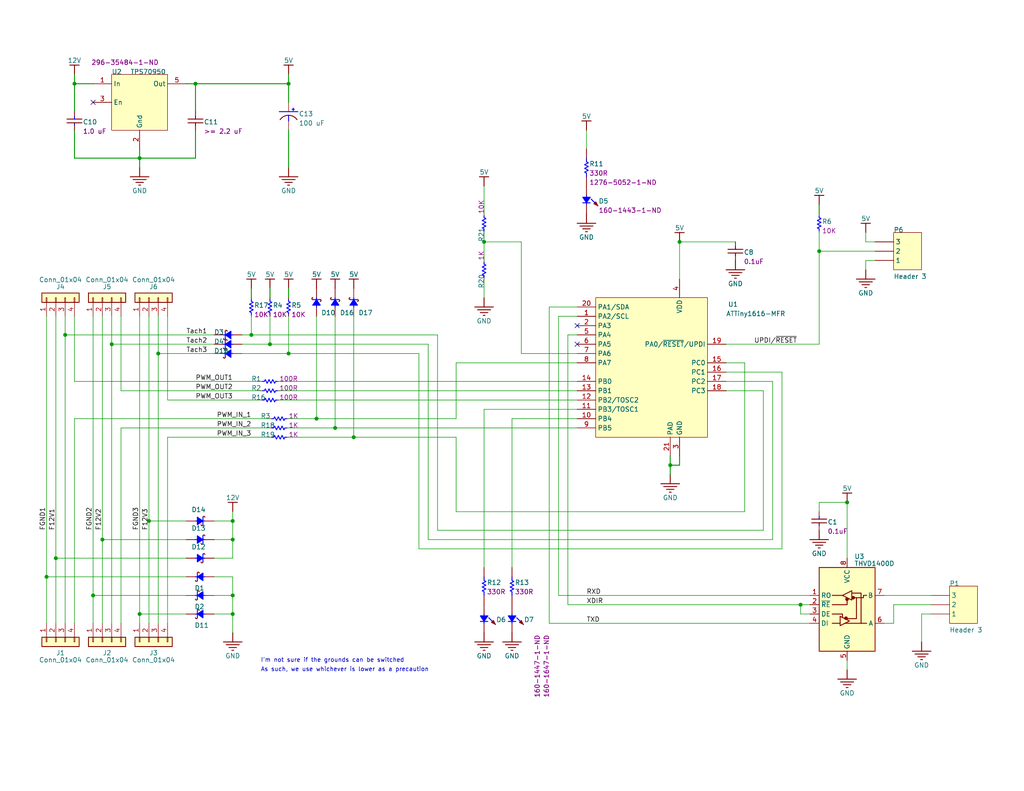
<source format=kicad_sch>
(kicad_sch (version 20230121) (generator eeschema)
  (paper "A")
  (lib_symbols
    (symbol "Connector_Generic:Conn_01x04" (pin_names (offset 1.016) hide)
      (property "Reference" "J" (at 0 5.08 0))
      (property "Value" "Conn_01x04" (at 0 -7.62 0))
      (symbol "Conn_01x04_1_1"
        (rectangle (start -1.27 -4.953) (end 0 -5.207) (stroke (width 0.1524)))
        (rectangle (start -1.27 -2.413) (end 0 -2.667) (stroke (width 0.1524)))
        (rectangle (start -1.27 0.127) (end 0 -0.127) (stroke (width 0.1524)))
        (rectangle (start -1.27 2.667) (end 0 2.413) (stroke (width 0.1524)))
        (rectangle (start -1.27 3.81) (end 1.27 -6.35) (stroke (width 0.254)) (fill (type background)))
        (pin passive line (at -5.08 2.54 0) (length 3.81) (name "Pin_1") (number "1"))
        (pin passive line (at -5.08 0 0) (length 3.81) (name "Pin_2") (number "2"))
        (pin passive line (at -5.08 -2.54 0) (length 3.81) (name "Pin_3") (number "3"))
        (pin passive line (at -5.08 -5.08 0) (length 3.81) (name "Pin_4") (number "4"))
      )
    )
    (symbol "Interface_UART:THVD1400D"
      (property "Reference" "U" (at -6.096 11.43 0))
      (property "Value" "THVD1400D" (at 0.762 11.43 0))
      (symbol "THVD1400D_0_1"
        (rectangle (start -7.62 10.16) (end 7.62 -12.7) (stroke (width 0.254)) (fill (type background)))
        (circle (center -0.3048 -3.683) (radius 0.3556) (stroke (width 0.254)) (fill (type outline)))
        (circle (center -0.0254 1.4986) (radius 0.3556) (stroke (width 0.254)) (fill (type outline)))
        (polyline (pts (xy -4.064 -5.08) (xy -1.905 -5.08)) (stroke (width 0.254)))
        (polyline (pts (xy -4.064 2.54) (xy -1.27 2.54)) (stroke (width 0.254)))
        (polyline (pts (xy -1.27 -3.2004) (xy -1.27 -3.4544)) (stroke (width 0.254)))
        (polyline (pts (xy -0.635 -5.08) (xy 5.334 -5.08)) (stroke (width 0.254)))
        (polyline (pts (xy -4.064 -2.54) (xy -1.27 -2.54) (xy -1.27 -3.175)) (stroke (width 0.254)))
        (polyline (pts (xy 0 1.27) (xy 0 0) (xy -4.064 0)) (stroke (width 0.254)))
        (polyline (pts (xy 1.27 3.175) (xy 3.81 3.175) (xy 3.81 -5.08)) (stroke (width 0.254)))
        (polyline (pts (xy 2.54 1.905) (xy 2.54 -3.81) (xy 0 -3.81)) (stroke (width 0.254)))
        (polyline (pts (xy -1.905 -3.175) (xy -1.905 -5.715) (xy 0.635 -4.445) (xy -1.905 -3.175)) (stroke (width 0.254)))
        (polyline (pts (xy -1.27 2.54) (xy 1.27 3.81) (xy 1.27 1.27) (xy -1.27 2.54)) (stroke (width 0.254)))
        (polyline (pts (xy 1.905 1.905) (xy 4.445 1.905) (xy 4.445 2.54) (xy 5.334 2.54)) (stroke (width 0.254)))
        (rectangle (start 1.27 3.175) (end 1.27 3.175))
        (circle (center 1.651 1.905) (radius 0.3556) (stroke (width 0.254)) (fill (type outline)))
      )
      (symbol "THVD1400D_1_1"
        (pin output line (at -10.16 2.54 0) (length 2.54) (name "RO") (number "1"))
        (pin input line (at -10.16 0 0) (length 2.54) (name "~{RE}") (number "2"))
        (pin input line (at -10.16 -2.54 0) (length 2.54) (name "DE") (number "3"))
        (pin input line (at -10.16 -5.08 0) (length 2.54) (name "DI") (number "4"))
        (pin power_in line (at 0 -15.24 90) (length 2.54) (name "GND") (number "5"))
        (pin bidirectional line (at 10.16 -5.08 180) (length 2.54) (name "A") (number "6"))
        (pin bidirectional line (at 10.16 2.54 180) (length 2.54) (name "B") (number "7"))
        (pin power_in line (at 0 12.7 270) (length 2.54) (name "VCC") (number "8"))
      )
    )
    (symbol "PWMMapper R4-altium-import:12V" (power)
      (property "Reference" "#PWR" (at 0 0 0))
      (property "Value" "12V" (at 0 3.81 0))
      (symbol "12V_0_0"
        (polyline (pts (xy -1.27 -2.54) (xy 1.27 -2.54)) (stroke (width 0.254)))
        (polyline (pts (xy 0 0) (xy 0 -2.54)) (stroke (width 0.254)))
        (pin power_in line (at 0 0 0) (length 0) hide (name "12V") (number ""))
      )
    )
    (symbol "PWMMapper R4-altium-import:5V" (power)
      (property "Reference" "#PWR" (at 0 0 0))
      (property "Value" "5V" (at 0 3.81 0))
      (symbol "5V_0_0"
        (polyline (pts (xy -1.27 -2.54) (xy 1.27 -2.54)) (stroke (width 0.254)))
        (polyline (pts (xy 0 0) (xy 0 -2.54)) (stroke (width 0.254)))
        (pin power_in line (at 0 0 0) (length 0) hide (name "5V") (number ""))
      )
    )
    (symbol "PWMMapper R4-altium-import:GND" (power)
      (property "Reference" "#PWR" (at 0 0 0))
      (property "Value" "GND" (at 0 6.35 0))
      (symbol "GND_0_0"
        (polyline (pts (xy -2.54 -2.54) (xy 2.54 -2.54)) (stroke (width 0.254)))
        (polyline (pts (xy -1.778 -3.302) (xy 1.778 -3.302)) (stroke (width 0.254)))
        (polyline (pts (xy -1.016 -4.064) (xy 1.016 -4.064)) (stroke (width 0.254)))
        (polyline (pts (xy -0.254 -4.826) (xy 0.254 -4.826)) (stroke (width 0.254)))
        (polyline (pts (xy 0 0) (xy 0 -2.54)) (stroke (width 0.254)))
        (pin power_in line (at 0 0 0) (length 0) hide (name "GND") (number ""))
      )
    )
    (symbol "PWMMapper R4-altium-import:root_0_100 uf SMT Panasonic Cap"
      (symbol "root_0_100 uf SMT Panasonic Cap_1_0"
        (polyline (pts (xy -2.54 1.27) (xy 2.54 1.27)) (stroke (width 0.254) (color 0 0 255 1)))
        (polyline (pts (xy 0 0.254) (xy 0 -1.27)) (stroke (width 0.254) (color 0 0 255 1)))
        (polyline (pts (xy 1.27 2.223) (xy 1.27 1.588)) (stroke (width 0.254) (color 0 0 255 1)))
        (polyline (pts (xy 1.588 1.905) (xy 0.953 1.905)) (stroke (width 0.254) (color 0 0 255 1)))
        (arc (start 2.3092 -0.9231) (mid 0 0.279) (end -2.3092 -0.9231) (stroke (width 0.254)))
        (pin passive line (at 0 3.81 270) (length 2.54) (name "1") (number "1"))
        (pin passive line (at 0 -3.81 90) (length 2.54) (name "2") (number "2"))
      )
    )
    (symbol "PWMMapper R4-altium-import:root_0_Res Semi Small"
      (symbol "root_0_Res Semi Small_1_0"
        (polyline (pts (xy 4.572 0) (xy 4.064 0) (xy 3.81 -0.508) (xy 3.302 0.508) (xy 2.794 -0.508) (xy 2.286 0.508) (xy 1.778 -0.508) (xy 1.27 0.508) (xy 1.016 0) (xy 0.508 0)) (stroke (width 0.254) (color 0 0 255 1)))
        (pin passive line (at 0 0 0) (length 0.508) (name "1") (number "1"))
        (pin passive line (at 5.08 0 180) (length 0.508) (name "2") (number "2"))
      )
    )
    (symbol "PWMMapper R4-altium-import:root_0_TPS709XX"
      (symbol "root_0_TPS709XX_1_0"
        (rectangle (start 7.62 7.62) (end -7.62 -7.62) (fill (type background)))
        (pin power_in line (at -12.7 5.08 0) (length 5.08) (name "In") (number "1"))
        (pin power_in line (at 0 -12.7 90) (length 5.08) (name "Gnd") (number "2"))
        (pin input line (at -12.7 0 0) (length 5.08) (name "En") (number "3"))
        (pin power_in line (at 12.7 5.08 180) (length 5.08) (name "Out") (number "5"))
      )
    )
    (symbol "PWMMapper R4-altium-import:root_0_mirrored_ATTiny1616-MFR"
      (symbol "root_0_mirrored_ATTiny1616-MFR_1_0"
        (rectangle (start -5.08 15.24) (end -35.56 -22.86) (fill (type background)))
        (pin bidirectional line (at -40.64 10.16 0) (length 5.08) (name "PA2/SCL") (number "1"))
        (pin bidirectional line (at -40.64 -17.78 0) (length 5.08) (name "PB4") (number "10"))
        (pin bidirectional line (at -40.64 -15.24 0) (length 5.08) (name "PB3/TOSC1") (number "11"))
        (pin bidirectional line (at -40.64 -12.7 0) (length 5.08) (name "PB2/TOSC2") (number "12"))
        (pin bidirectional line (at -40.64 -10.16 0) (length 5.08) (name "PB1") (number "13"))
        (pin bidirectional line (at -40.64 -7.62 0) (length 5.08) (name "PB0") (number "14"))
        (pin bidirectional line (at 0 -2.54 180) (length 5.08) (name "PC0") (number "15"))
        (pin bidirectional line (at 0 -5.08 180) (length 5.08) (name "PC1") (number "16"))
        (pin bidirectional line (at 0 -7.62 180) (length 5.08) (name "PC2") (number "17"))
        (pin bidirectional line (at 0 -10.16 180) (length 5.08) (name "PC3") (number "18"))
        (pin passive line (at 0 2.54 180) (length 5.08) (name "PA0/~{RESET}/UPDI") (number "19"))
        (pin bidirectional line (at -40.64 7.62 0) (length 5.08) (name "PA3") (number "2"))
        (pin bidirectional line (at -40.64 12.7 0) (length 5.08) (name "PA1/SDA") (number "20"))
        (pin power_in line (at -15.24 -27.94 90) (length 5.08) (name "PAD") (number "21"))
        (pin power_in line (at -12.7 -27.94 90) (length 5.08) (name "GND") (number "3"))
        (pin power_in line (at -12.7 20.32 270) (length 5.08) (name "VDD") (number "4"))
        (pin bidirectional line (at -40.64 5.08 0) (length 5.08) (name "PA4") (number "5"))
        (pin bidirectional line (at -40.64 2.54 0) (length 5.08) (name "PA5") (number "6"))
        (pin bidirectional line (at -40.64 0 0) (length 5.08) (name "PA6") (number "7"))
        (pin bidirectional line (at -40.64 -2.54 0) (length 5.08) (name "PA7") (number "8"))
        (pin bidirectional line (at -40.64 -20.32 0) (length 5.08) (name "PB5") (number "9"))
      )
    )
    (symbol "PWMMapper R4-altium-import:root_1_Cap"
      (symbol "root_1_Cap_1_0"
        (polyline (pts (xy -2.032 3.048) (xy 2.032 3.048)) (stroke (width 0.254)))
        (polyline (pts (xy 0 1.27) (xy 0 2.032)) (stroke (width 0.254) (color 0 0 255 1)))
        (polyline (pts (xy 0 3.81) (xy 0 3.048)) (stroke (width 0.254) (color 0 0 255 1)))
        (polyline (pts (xy 2.032 2.032) (xy -2.032 2.032)) (stroke (width 0.254)))
        (pin passive line (at 0 0 90) (length 1.27) (name "1") (number "1"))
        (pin passive line (at 0 5.08 270) (length 1.27) (name "2") (number "2"))
      )
    )
    (symbol "PWMMapper R4-altium-import:root_1_Res Semi"
      (symbol "root_1_Res Semi_1_0"
        (polyline (pts (xy 2.54 5.08) (xy 2.54 4.064) (xy 3.048 3.81) (xy 2.032 3.302) (xy 3.048 2.794) (xy 2.032 2.286) (xy 3.048 1.778) (xy 2.032 1.27) (xy 2.54 1.016) (xy 2.54 0)) (stroke (width 0.254) (color 0 0 255 1)))
        (pin passive line (at 2.54 -2.54 90) (length 2.54) (name "1") (number "1"))
        (pin passive line (at 2.54 7.62 270) (length 2.54) (name "2") (number "2"))
      )
    )
    (symbol "PWMMapper R4-altium-import:root_1_Res Semi Small"
      (symbol "root_1_Res Semi Small_1_0"
        (polyline (pts (xy 0 4.572) (xy 0 4.064) (xy 0.508 3.81) (xy -0.508 3.302) (xy 0.508 2.794) (xy -0.508 2.286) (xy 0.508 1.778) (xy -0.508 1.27) (xy 0 1.016) (xy 0 0.508)) (stroke (width 0.254) (color 0 0 255 1)))
        (pin passive line (at 0 0 90) (length 0.508) (name "1") (number "1"))
        (pin passive line (at 0 5.08 270) (length 0.508) (name "2") (number "2"))
      )
    )
    (symbol "PWMMapper R4-altium-import:root_1_Schottky Diode"
      (symbol "root_1_Schottky Diode_1_0"
        (arc (start -1.016 2.54) (mid -1.2689 2.286) (end -1.016 2.032) (stroke (width 0.254)))
        (polyline (pts (xy -1.016 2.032) (xy 1.016 2.032)) (stroke (width 0.254) (color 0 0 255 1)))
        (polyline (pts (xy 0 0.508) (xy 0 0)) (stroke (width 0.254) (color 0 0 255 1)))
        (polyline (pts (xy 0 2.032) (xy 0 2.54)) (stroke (width 0.254) (color 0 0 255 1)))
        (polyline (pts (xy 0 2.032) (xy -1.016 0.508) (xy 1.016 0.508) (xy 0 2.032)) (stroke (width 0.254) (color 0 0 255 1)))
        (polyline (pts (xy -1.016 0.508) (xy 0 1.778) (xy 0.762 0.508) (xy -0.762 0.762) (xy 0 1.524) (xy 0.508 0.762) (xy -0.508 0.762) (xy 0 1.27) (xy 0.254 0.762) (xy -0.254 1.016)) (stroke (width 0.254) (color 0 0 255 1)))
        (arc (start 1.016 1.524) (mid 1.2689 1.778) (end 1.016 2.032) (stroke (width 0.254)))
        (pin passive line (at 0 5.08 270) (length 2.54) (name "1") (number "1"))
        (pin passive line (at 0 -2.54 90) (length 2.54) (name "2") (number "2"))
      )
    )
    (symbol "PWMMapper R4-altium-import:root_2_Schottky Diode"
      (symbol "root_2_Schottky Diode_1_0"
        (arc (start -2.54 -1.016) (mid -2.286 -1.2689) (end -2.032 -1.016) (stroke (width 0.254)))
        (arc (start -1.524 1.016) (mid -1.778 1.2689) (end -2.032 1.016) (stroke (width 0.254)))
        (polyline (pts (xy -2.032 -1.016) (xy -2.032 1.016)) (stroke (width 0.254) (color 0 0 255 1)))
        (polyline (pts (xy -2.032 0) (xy -2.54 0)) (stroke (width 0.254) (color 0 0 255 1)))
        (polyline (pts (xy -0.508 0) (xy 0 0)) (stroke (width 0.254) (color 0 0 255 1)))
        (polyline (pts (xy -2.032 0) (xy -0.508 -1.016) (xy -0.508 1.016) (xy -2.032 0)) (stroke (width 0.254) (color 0 0 255 1)))
        (polyline (pts (xy -0.508 -1.016) (xy -1.778 0) (xy -0.508 0.762) (xy -0.762 -0.762) (xy -1.524 0) (xy -0.762 0.508) (xy -0.762 -0.508) (xy -1.27 0) (xy -0.762 0.254) (xy -1.016 -0.254)) (stroke (width 0.254) (color 0 0 255 1)))
        (pin passive line (at -5.08 0 0) (length 2.54) (name "1") (number "1"))
        (pin passive line (at 2.54 0 180) (length 2.54) (name "2") (number "2"))
      )
    )
    (symbol "PWMMapper R4-altium-import:root_2_mirrored_Header 3"
      (symbol "root_2_mirrored_Header 3_1_0"
        (rectangle (start 7.62 10.16) (end 0 0) (fill (type background)))
        (pin passive line (at -5.08 2.54 0) (length 5.08) (name "1") (number "1"))
        (pin passive line (at -5.08 5.08 0) (length 5.08) (name "2") (number "2"))
        (pin passive line (at -5.08 7.62 0) (length 5.08) (name "3") (number "3"))
      )
    )
    (symbol "PWMMapper R4-altium-import:root_3_LED0"
      (symbol "root_3_LED0_1_0"
        (polyline (pts (xy -2.54 -4.572) (xy -2.54 -5.08)) (stroke (width 0.254) (color 0 0 255 1)))
        (polyline (pts (xy -2.54 -3.048) (xy -2.54 -2.54)) (stroke (width 0.254) (color 0 0 255 1)))
        (polyline (pts (xy -1.524 -4.572) (xy -3.556 -4.572)) (stroke (width 0.254) (color 0 0 255 1)))
        (polyline (pts (xy -1.27 -3.556) (xy 0.508 -5.334)) (stroke (width 0.254) (color 0 0 255 1)))
        (polyline (pts (xy -2.54 -4.572) (xy -1.524 -3.048) (xy -3.556 -3.048) (xy -2.54 -4.572)) (stroke (width 0.254) (color 0 0 255 1)))
        (polyline (pts (xy 0.508 -5.334) (xy 0 -4.318) (xy -0.508 -4.826) (xy 0.508 -5.334)) (stroke (width 0.254)) (fill (type outline)))
        (polyline (pts (xy -1.524 -3.048) (xy -2.54 -4.318) (xy -3.302 -3.048) (xy -1.778 -3.302) (xy -2.54 -4.064) (xy -3.048 -3.302) (xy -2.032 -3.302) (xy -2.54 -3.81) (xy -2.794 -3.302) (xy -2.286 -3.556)) (stroke (width 0.254) (color 0 0 255 1)))
        (pin passive line (at -2.54 0 270) (length 2.54) (name "1") (number "1"))
        (pin passive line (at -2.54 -7.62 90) (length 2.54) (name "2") (number "2"))
      )
    )
  )
  (junction (at 12.7 157.48))
  (junction (at 223.52 68.58))
  (junction (at 43.18 96.52))
  (junction (at 68.58 91.44))
  (junction (at 73.66 93.98))
  (junction (at 96.52 119.38))
  (junction (at 27.94 147.32))
  (junction (at 30.48 93.98))
  (junction (at 25.4 162.56))
  (junction (at 63.5 167.64))
  (junction (at 132.08 66.04))
  (junction (at 53.34 22.86))
  (junction (at 91.44 116.84))
  (junction (at 40.64 142.24))
  (junction (at 231.14 137.16))
  (junction (at 78.74 96.52))
  (junction (at 17.78 91.44))
  (junction (at 86.36 114.3))
  (junction (at 182.88 127))
  (junction (at 185.42 66.04))
  (junction (at 38.1 43.18))
  (junction (at 15.24 152.4))
  (junction (at 63.5 147.32))
  (junction (at 218.44 165.1))
  (junction (at 63.5 142.24))
  (junction (at 20.32 22.86))
  (junction (at 78.74 22.86))
  (junction (at 38.1 167.64))
  (junction (at 63.5 162.56))
  (no_connect (at 157.48 93.98))
  (no_connect (at 25.4 27.94))
  (no_connect (at 157.48 88.9))
  (wire (pts (xy 30.48 93.98) (xy 30.48 170.18)))
  (wire (pts (xy 27.94 86.36) (xy 27.94 147.32)))
  (wire (pts (xy 210.82 147.32) (xy 116.84 147.32)))
  (wire (pts (xy 40.64 142.24) (xy 40.64 170.18)))
  (wire (pts (xy 149.86 83.82) (xy 149.86 170.18)))
  (wire (pts (xy 27.94 147.32) (xy 27.94 170.18)))
  (wire (pts (xy 33.02 106.68) (xy 33.02 86.36)))
  (wire (pts (xy 53.34 35.56) (xy 53.34 43.18)) (stroke (width 0.254)))
  (wire (pts (xy 43.18 86.36) (xy 43.18 96.52)))
  (wire (pts (xy 132.08 63.5) (xy 132.08 66.04)))
  (wire (pts (xy 182.88 129.54) (xy 182.88 127)) (stroke (width 0.254)))
  (wire (pts (xy 50.8 167.64) (xy 38.1 167.64)))
  (wire (pts (xy 243.84 165.1) (xy 254 165.1)))
  (wire (pts (xy 63.5 167.64) (xy 63.5 162.56)))
  (wire (pts (xy 210.82 104.14) (xy 210.82 147.32)))
  (wire (pts (xy 68.58 81.28) (xy 68.58 78.74)) (stroke (width 0.254)))
  (wire (pts (xy 66.04 91.44) (xy 68.58 91.44)))
  (wire (pts (xy 208.28 106.68) (xy 198.12 106.68)))
  (wire (pts (xy 96.52 119.38) (xy 124.46 119.38)))
  (wire (pts (xy 76.2 104.14) (xy 157.48 104.14)))
  (wire (pts (xy 63.5 162.56) (xy 58.42 162.56)))
  (wire (pts (xy 78.74 45.72) (xy 78.74 35.56)) (stroke (width 0.254)))
  (wire (pts (xy 76.2 106.68) (xy 157.48 106.68)))
  (wire (pts (xy 17.78 86.36) (xy 17.78 91.44)))
  (wire (pts (xy 45.72 109.22) (xy 71.12 109.22)))
  (wire (pts (xy 198.12 99.06) (xy 203.2 99.06)))
  (wire (pts (xy 63.5 152.4) (xy 63.5 147.32)))
  (wire (pts (xy 20.32 104.14) (xy 20.32 86.36)))
  (wire (pts (xy 96.52 86.36) (xy 96.52 119.38)))
  (wire (pts (xy 223.52 68.58) (xy 223.52 93.98)))
  (wire (pts (xy 50.8 162.56) (xy 25.4 162.56)))
  (wire (pts (xy 53.34 22.86) (xy 78.74 22.86)) (stroke (width 0.254)))
  (wire (pts (xy 20.32 22.86) (xy 25.4 22.86)) (stroke (width 0.254)))
  (wire (pts (xy 38.1 43.18) (xy 38.1 40.64)) (stroke (width 0.254)))
  (wire (pts (xy 114.3 96.52) (xy 114.3 149.86)))
  (wire (pts (xy 25.4 162.56) (xy 25.4 170.18)))
  (wire (pts (xy 182.88 127) (xy 185.42 127)) (stroke (width 0.254)))
  (wire (pts (xy 132.08 111.76) (xy 132.08 154.94)))
  (wire (pts (xy 213.36 149.86) (xy 213.36 101.6)))
  (wire (pts (xy 218.44 165.1) (xy 218.44 167.64)))
  (wire (pts (xy 231.14 180.34) (xy 231.14 182.88)))
  (wire (pts (xy 12.7 86.36) (xy 12.7 157.48)))
  (wire (pts (xy 139.7 154.94) (xy 139.7 114.3)))
  (wire (pts (xy 223.52 137.16) (xy 223.52 139.7)))
  (wire (pts (xy 142.24 96.52) (xy 157.48 96.52)))
  (wire (pts (xy 185.42 127) (xy 185.42 124.46)) (stroke (width 0.254)))
  (wire (pts (xy 58.42 167.64) (xy 63.5 167.64)))
  (wire (pts (xy 30.48 86.36) (xy 30.48 93.98)))
  (wire (pts (xy 76.2 109.22) (xy 157.48 109.22)))
  (wire (pts (xy 119.38 144.78) (xy 208.28 144.78)))
  (wire (pts (xy 58.42 147.32) (xy 63.5 147.32)))
  (wire (pts (xy 154.94 91.44) (xy 154.94 165.1)))
  (wire (pts (xy 63.5 172.72) (xy 63.5 167.64)))
  (wire (pts (xy 132.08 50.8) (xy 132.08 58.42)))
  (wire (pts (xy 17.78 91.44) (xy 17.78 170.18)))
  (wire (pts (xy 78.74 20.32) (xy 78.74 22.86)) (stroke (width 0.254)))
  (wire (pts (xy 45.72 119.38) (xy 73.66 119.38)))
  (wire (pts (xy 254 167.64) (xy 251.46 167.64)))
  (wire (pts (xy 152.4 86.36) (xy 152.4 162.56)))
  (wire (pts (xy 241.3 170.18) (xy 243.84 170.18)))
  (wire (pts (xy 236.22 73.66) (xy 236.22 71.12)))
  (wire (pts (xy 91.44 116.84) (xy 78.74 116.84)))
  (wire (pts (xy 149.86 170.18) (xy 220.98 170.18)))
  (wire (pts (xy 38.1 167.64) (xy 38.1 170.18)))
  (wire (pts (xy 20.32 114.3) (xy 20.32 170.18)))
  (wire (pts (xy 223.52 55.88) (xy 223.52 58.42)) (stroke (width 0.254)))
  (wire (pts (xy 17.78 91.44) (xy 58.42 91.44)))
  (wire (pts (xy 53.34 22.86) (xy 53.34 30.48)) (stroke (width 0.254)))
  (wire (pts (xy 91.44 86.36) (xy 91.44 116.84)))
  (wire (pts (xy 157.48 86.36) (xy 152.4 86.36)))
  (wire (pts (xy 160.02 35.56) (xy 160.02 40.64)))
  (wire (pts (xy 33.02 106.68) (xy 71.12 106.68)))
  (wire (pts (xy 33.02 116.84) (xy 73.66 116.84)))
  (wire (pts (xy 124.46 99.06) (xy 124.46 114.3)))
  (wire (pts (xy 149.86 83.82) (xy 157.48 83.82)))
  (wire (pts (xy 45.72 119.38) (xy 45.72 170.18)))
  (wire (pts (xy 236.22 66.04) (xy 238.76 66.04)))
  (wire (pts (xy 78.74 96.52) (xy 114.3 96.52)))
  (wire (pts (xy 53.34 43.18) (xy 38.1 43.18)) (stroke (width 0.254)))
  (wire (pts (xy 20.32 35.56) (xy 20.32 43.18)) (stroke (width 0.254)))
  (wire (pts (xy 116.84 147.32) (xy 116.84 93.98)))
  (wire (pts (xy 236.22 71.12) (xy 238.76 71.12)))
  (wire (pts (xy 203.2 139.7) (xy 124.46 139.7)))
  (wire (pts (xy 231.14 137.16) (xy 223.52 137.16)))
  (wire (pts (xy 78.74 114.3) (xy 86.36 114.3)))
  (wire (pts (xy 152.4 162.56) (xy 220.98 162.56)))
  (wire (pts (xy 68.58 91.44) (xy 68.58 86.36)))
  (wire (pts (xy 66.04 93.98) (xy 73.66 93.98)))
  (wire (pts (xy 25.4 86.36) (xy 25.4 162.56)))
  (wire (pts (xy 63.5 147.32) (xy 63.5 142.24)))
  (wire (pts (xy 53.34 22.86) (xy 50.8 22.86)) (stroke (width 0.254)))
  (wire (pts (xy 182.88 124.46) (xy 182.88 127)) (stroke (width 0.254)))
  (wire (pts (xy 66.04 96.52) (xy 78.74 96.52)))
  (wire (pts (xy 30.48 93.98) (xy 58.42 93.98)))
  (wire (pts (xy 236.22 63.5) (xy 236.22 66.04)))
  (wire (pts (xy 73.66 93.98) (xy 116.84 93.98)))
  (wire (pts (xy 63.5 142.24) (xy 58.42 142.24)))
  (wire (pts (xy 185.42 66.04) (xy 200.66 66.04)))
  (wire (pts (xy 38.1 43.18) (xy 38.1 45.72)) (stroke (width 0.254)))
  (wire (pts (xy 243.84 170.18) (xy 243.84 165.1)))
  (wire (pts (xy 20.32 22.86) (xy 20.32 30.48)) (stroke (width 0.254)))
  (wire (pts (xy 20.32 20.32) (xy 20.32 22.86)) (stroke (width 0.254)))
  (wire (pts (xy 15.24 86.36) (xy 15.24 152.4)))
  (wire (pts (xy 142.24 66.04) (xy 142.24 96.52)))
  (wire (pts (xy 119.38 91.44) (xy 119.38 144.78)))
  (wire (pts (xy 40.64 142.24) (xy 50.8 142.24)))
  (wire (pts (xy 218.44 167.64) (xy 220.98 167.64)))
  (wire (pts (xy 203.2 99.06) (xy 203.2 139.7)))
  (wire (pts (xy 43.18 96.52) (xy 43.18 170.18)))
  (wire (pts (xy 154.94 91.44) (xy 157.48 91.44)))
  (wire (pts (xy 185.42 76.2) (xy 185.42 66.04)))
  (wire (pts (xy 27.94 147.32) (xy 50.8 147.32)))
  (wire (pts (xy 132.08 66.04) (xy 142.24 66.04)))
  (wire (pts (xy 12.7 157.48) (xy 12.7 170.18)))
  (wire (pts (xy 231.14 152.4) (xy 231.14 137.16)))
  (wire (pts (xy 157.48 111.76) (xy 132.08 111.76)))
  (wire (pts (xy 213.36 101.6) (xy 198.12 101.6)))
  (wire (pts (xy 223.52 93.98) (xy 198.12 93.98)))
  (wire (pts (xy 38.1 86.36) (xy 38.1 167.64)))
  (wire (pts (xy 50.8 157.48) (xy 12.7 157.48)))
  (wire (pts (xy 78.74 96.52) (xy 78.74 86.36)))
  (wire (pts (xy 73.66 93.98) (xy 73.66 86.36)))
  (wire (pts (xy 43.18 96.52) (xy 58.42 96.52)))
  (wire (pts (xy 198.12 104.14) (xy 210.82 104.14)))
  (wire (pts (xy 91.44 116.84) (xy 157.48 116.84)))
  (wire (pts (xy 40.64 86.36) (xy 40.64 142.24)))
  (wire (pts (xy 208.28 144.78) (xy 208.28 106.68)))
  (wire (pts (xy 20.32 104.14) (xy 71.12 104.14)))
  (wire (pts (xy 68.58 91.44) (xy 119.38 91.44)))
  (wire (pts (xy 132.08 66.04) (xy 132.08 71.12)))
  (wire (pts (xy 58.42 157.48) (xy 63.5 157.48)))
  (wire (pts (xy 223.52 63.5) (xy 223.52 68.58)))
  (wire (pts (xy 50.8 152.4) (xy 15.24 152.4)))
  (wire (pts (xy 45.72 109.22) (xy 45.72 86.36)))
  (wire (pts (xy 20.32 43.18) (xy 38.1 43.18)) (stroke (width 0.254)))
  (wire (pts (xy 86.36 86.36) (xy 86.36 114.3)))
  (wire (pts (xy 73.66 81.28) (xy 73.66 78.74)) (stroke (width 0.254)))
  (wire (pts (xy 124.46 114.3) (xy 86.36 114.3)))
  (wire (pts (xy 58.42 152.4) (xy 63.5 152.4)))
  (wire (pts (xy 33.02 170.18) (xy 33.02 116.84)))
  (wire (pts (xy 63.5 157.48) (xy 63.5 162.56)))
  (wire (pts (xy 78.74 119.38) (xy 96.52 119.38)))
  (wire (pts (xy 220.98 165.1) (xy 218.44 165.1)))
  (wire (pts (xy 124.46 99.06) (xy 157.48 99.06)))
  (wire (pts (xy 132.08 76.2) (xy 132.08 81.28)))
  (wire (pts (xy 154.94 165.1) (xy 218.44 165.1)))
  (wire (pts (xy 20.32 114.3) (xy 73.66 114.3)))
  (wire (pts (xy 78.74 81.28) (xy 78.74 78.74)) (stroke (width 0.254)))
  (wire (pts (xy 223.52 68.58) (xy 238.76 68.58)))
  (wire (pts (xy 251.46 167.64) (xy 251.46 175.26)))
  (wire (pts (xy 114.3 149.86) (xy 213.36 149.86)))
  (wire (pts (xy 139.7 114.3) (xy 157.48 114.3)))
  (wire (pts (xy 124.46 139.7) (xy 124.46 119.38)))
  (wire (pts (xy 78.74 27.94) (xy 78.74 22.86)) (stroke (width 0.254)))
  (wire (pts (xy 241.3 162.56) (xy 254 162.56)))
  (wire (pts (xy 15.24 152.4) (xy 15.24 170.18)))
  (wire (pts (xy 63.5 139.7) (xy 63.5 142.24)))
  (text "As such, we use whichever is lower as a precaution" (at 71.12 182.88 0) (effects (font (size 1.143 1.143)) (justify left)))
  (text "I'm not sure if the grounds can be switched" (at 71.12 180.34 0) (effects (font (size 1.143 1.143)) (justify left)))
  (label "Tach1" (at 50.8 91.44 0))
  (label "Tach3" (at 50.8 96.52 0))
  (label "PWM_IN_3" (at 68.58 119.38 180))
  (label "XDIR" (at 160.02 165.1 0))
  (label "PWM_IN_1" (at 68.58 114.3 180))
  (label "UPDI/~{RESET}" (at 205.74 93.98 0))
  (label "FGND2" (at 25.4 144.78 90))
  (label "Tach2" (at 50.8 93.98 0))
  (label "FGND1" (at 12.7 144.78 90))
  (label "FGND3" (at 38.1 144.78 90))
  (label "TXD" (at 160.02 170.18 0))
  (label "F12V3" (at 40.64 144.78 90))
  (label "F12V2" (at 27.94 144.78 90))
  (label "PWM_IN_2" (at 68.58 116.84 180))
  (label "PWM_OUT2" (at 53.34 106.68 0))
  (label "F12V1" (at 15.24 144.78 90))
  (label "RXD" (at 160.02 162.56 0))
  (label "PWM_OUT1" (at 53.34 104.14 0))
  (label "PWM_OUT3" (at 53.34 109.22 0))
  (symbol (lib_id "PWMMapper R4-altium-import:GND") (at 132.08 172.72 0) (unit 1)
    (property "Reference" "#PWR0118" (effects hide))
    (property "Value" "GND" (at 132.08 179.07 0))
  )
  (symbol (lib_id "PWMMapper R4-altium-import:root_0_TPS709XX") (at 38.1 27.94 0) (unit 1)
    (property "Reference" "U2" (at 30.48 20.32 0) (effects (justify left bottom)))
    (property "Value" "TPS70950" (at 35.56 20.32 0) (effects (justify left bottom)))
    (property "Footprint" "Package_TO_SOT_SMD:SOT-23-5" (effects hide))
    (property "DKPN" "296-35483-1-ND (3.3V Version)" (effects hide))
    (property "SUPPLIER 1" "Digi-Key" (effects hide))
    (property "SUPPLIER PART NUMBER 1" "296-35484-1-ND" (at 24.892 17.78 0) (effects (justify left bottom)))
  )
  (symbol (lib_id "PWMMapper R4-altium-import:5V") (at 160.02 35.56 180) (unit 1)
    (property "Reference" "#PWR0116" (effects hide))
    (property "Value" "5V" (at 160.02 31.75 0))
  )
  (symbol (lib_id "PWMMapper R4-altium-import:5V") (at 78.74 78.74 180) (unit 1)
    (property "Reference" "#PWR0101" (effects hide))
    (property "Value" "5V" (at 78.74 74.93 0))
  )
  (symbol (lib_id "PWMMapper R4-altium-import:root_1_Res Semi") (at 129.54 162.56 0) (unit 1)
    (property "Reference" "R12" (at 132.842 159.766 0) (effects (justify left bottom)))
    (property "Value" "Res Semi" (effects hide))
    (property "Footprint" "Resistor_SMD:R_0603_1608Metric" (effects hide))
    (property "PUBLISHED" "8-Jun-2000" (effects hide))
    (property "LATESTREVISIONDATE" "17-Jul-2002" (effects hide))
    (property "LATESTREVISIONNOTE" "Re-released for DXP Platform." (effects hide))
    (property "PACKAGEREFERENCE" "AXIAL-0.5" (effects hide))
    (property "PUBLISHER" "Altium Limited" (effects hide))
    (property "ALTIUM_VALUE" "330R" (at 132.842 162.306 0) (effects (justify left bottom)))
    (property "SUPPLIER 1" "Digi-Key" (effects hide))
    (property "SUPPLIER PART NUMBER 1" "1276-5052-1-ND" (effects hide))
  )
  (symbol (lib_id "Connector_Generic:Conn_01x04") (at 27.94 175.26 90) (mirror x) (unit 1)
    (property "Reference" "J2" (at 29.21 178.2525 90))
    (property "Value" "Conn_01x04" (at 29.21 180.1735 90))
    (property "Footprint" "TerminalBlock_TE-Connectivity:TerminalBlock_TE_282834-4_1x04_P2.54mm_Horizontal" (effects hide))
  )
  (symbol (lib_id "PWMMapper R4-altium-import:root_1_Cap") (at 53.34 35.56 0) (unit 1)
    (property "Reference" "C11" (at 55.626 34.036 0) (effects (justify left bottom)))
    (property "Value" "Cap" (effects hide))
    (property "Footprint" "Capacitor_SMD:C_1206_3216Metric" (effects hide))
    (property "PUBLISHED" "8-Jun-2000" (effects hide))
    (property "LATESTREVISIONDATE" "17-Jul-2002" (effects hide))
    (property "LATESTREVISIONNOTE" "Re-released for DXP Platform." (effects hide))
    (property "PACKAGEREFERENCE" "RAD-0.3" (effects hide))
    (property "PUBLISHER" "Altium Limited" (effects hide))
    (property "ALTIUM_VALUE" ">= 2.2 uF" (at 55.626 36.576 0) (effects (justify left bottom)))
  )
  (symbol (lib_id "PWMMapper R4-altium-import:5V") (at 86.36 78.74 180) (unit 1)
    (property "Reference" "#PWR0103" (effects hide))
    (property "Value" "5V" (at 86.36 74.93 0))
  )
  (symbol (lib_id "PWMMapper R4-altium-import:root_1_Cap") (at 223.52 144.78 0) (unit 1)
    (property "Reference" "C1" (at 225.806 143.256 0) (effects (justify left bottom)))
    (property "Value" "Cap" (effects hide))
    (property "Footprint" "Capacitor_SMD:C_0603_1608Metric" (effects hide))
    (property "ALTIUM_VALUE" "0.1uF" (at 225.806 145.796 0) (effects (justify left bottom)))
    (property "SUPPLIER PART NUMBER 1" "445-1316-1-ND" (effects hide))
    (property "SUPPLIER 1" "Digi-Key" (effects hide))
    (property "COST" "derp" (effects hide))
  )
  (symbol (lib_id "PWMMapper R4-altium-import:GND") (at 139.7 172.72 0) (unit 1)
    (property "Reference" "#PWR0119" (effects hide))
    (property "Value" "GND" (at 139.7 179.07 0))
  )
  (symbol (lib_id "PWMMapper R4-altium-import:root_2_mirrored_Header 3") (at 259.08 170.18 0) (unit 1)
    (property "Reference" "P1" (at 259.08 160.02 0) (effects (justify left bottom)))
    (property "Value" "Header 3" (at 259.08 172.72 0) (effects (justify left bottom)))
    (property "Footprint" "Connector_JST:JST_XH_B3B-XH-AM_1x03_P2.50mm_Vertical" (effects hide))
    (property "LATESTREVISIONDATE" "17-Jul-2002" (effects hide))
    (property "LATESTREVISIONNOTE" "Re-released for DXP Platform." (effects hide))
    (property "PUBLISHER" "Altium Limited" (effects hide))
  )
  (symbol (lib_id "PWMMapper R4-altium-import:root_2_Schottky Diode") (at 63.5 96.52 0) (unit 1)
    (property "Reference" "D15" (at 58.42 96.52 0) (effects (justify left bottom)))
    (property "Value" "Schottky Diode" (effects hide))
    (property "Footprint" "Diode_SMD:D_SOD-323" (effects hide))
  )
  (symbol (lib_id "PWMMapper R4-altium-import:root_1_Schottky Diode") (at 86.36 83.82 0) (unit 1)
    (property "Reference" "D10" (at 87.63 86.106 0) (effects (justify left bottom)))
    (property "Value" "Schottky Diode" (effects hide))
    (property "Footprint" "Diode_SMD:D_SOD-323" (effects hide))
  )
  (symbol (lib_id "Interface_UART:THVD1400D") (at 231.14 165.1 0) (unit 1)
    (property "Reference" "U3" (at 233.0959 151.9301 0) (effects (justify left)))
    (property "Value" "THVD1400D" (at 233.0959 153.8511 0) (effects (justify left)))
    (property "Footprint" "Package_SO:SOIC-8_3.9x4.9mm_P1.27mm" (effects hide))
    (property "Datasheet" "https://www.ti.com/lit/ds/symlink/thvd1420.pdf" (effects hide))
  )
  (symbol (lib_id "PWMMapper R4-altium-import:root_3_LED0") (at 162.56 50.8 0) (unit 1)
    (property "Reference" "D5" (at 163.322 55.626 0) (effects (justify left bottom)))
    (property "Value" "LED0" (effects hide))
    (property "Footprint" "Diode_SMD:D_0603_1608Metric" (effects hide))
    (property "PUBLISHED" "8-Jun-2000" (effects hide))
    (property "LATESTREVISIONDATE" "08-Jul-2005" (effects hide))
    (property "LATESTREVISIONNOTE" "Mech Layer 1 removed." (effects hide))
    (property "PACKAGEREFERENCE" "LED-0" (effects hide))
    (property "PUBLISHER" "Altium Limited" (effects hide))
    (property "SUPPLIER 1" "Digi-Key" (effects hide))
    (property "SUPPLIER PART NUMBER 1" "160-1443-1-ND" (at 163.322 58.166 0) (effects (justify left bottom)))
  )
  (symbol (lib_id "PWMMapper R4-altium-import:root_3_LED0") (at 142.24 165.1 0) (unit 1)
    (property "Reference" "D7" (at 143.002 169.926 0) (effects (justify left bottom)))
    (property "Value" "LED0" (effects hide))
    (property "Footprint" "Diode_SMD:D_0603_1608Metric" (effects hide))
    (property "PUBLISHED" "8-Jun-2000" (effects hide))
    (property "LATESTREVISIONDATE" "08-Jul-2005" (effects hide))
    (property "LATESTREVISIONNOTE" "Mech Layer 1 removed." (effects hide))
    (property "PACKAGEREFERENCE" "LED-0" (effects hide))
    (property "PUBLISHER" "Altium Limited" (effects hide))
    (property "SUPPLIER 1" "Digi-Key" (effects hide))
    (property "SUPPLIER PART NUMBER 1" "160-1647-1-ND" (at 149.86 190.5 90) (effects (justify left bottom)))
  )
  (symbol (lib_id "PWMMapper R4-altium-import:5V") (at 223.52 55.88 180) (unit 1)
    (property "Reference" "#PWR0110" (effects hide))
    (property "Value" "5V" (at 223.52 52.07 0))
  )
  (symbol (lib_id "PWMMapper R4-altium-import:5V") (at 78.74 20.32 180) (unit 1)
    (property "Reference" "#PWR0105" (effects hide))
    (property "Value" "5V" (at 78.74 16.51 0))
  )
  (symbol (lib_id "PWMMapper R4-altium-import:root_1_Schottky Diode") (at 91.44 83.82 0) (unit 1)
    (property "Reference" "D16" (at 92.71 86.106 0) (effects (justify left bottom)))
    (property "Value" "Schottky Diode" (effects hide))
    (property "Footprint" "Diode_SMD:D_SOD-323" (effects hide))
  )
  (symbol (lib_id "PWMMapper R4-altium-import:root_1_Res Semi") (at 157.48 48.26 0) (unit 1)
    (property "Reference" "R11" (at 160.782 45.466 0) (effects (justify left bottom)))
    (property "Value" "Res Semi" (effects hide))
    (property "Footprint" "Resistor_SMD:R_0603_1608Metric" (effects hide))
    (property "PUBLISHED" "8-Jun-2000" (effects hide))
    (property "LATESTREVISIONDATE" "17-Jul-2002" (effects hide))
    (property "LATESTREVISIONNOTE" "Re-released for DXP Platform." (effects hide))
    (property "PACKAGEREFERENCE" "AXIAL-0.5" (effects hide))
    (property "PUBLISHER" "Altium Limited" (effects hide))
    (property "ALTIUM_VALUE" "330R" (at 160.782 48.006 0) (effects (justify left bottom)))
    (property "SUPPLIER 1" "Digi-Key" (effects hide))
    (property "SUPPLIER PART NUMBER 1" "1276-5052-1-ND" (at 160.782 50.546 0) (effects (justify left bottom)))
  )
  (symbol (lib_id "PWMMapper R4-altium-import:root_3_LED0") (at 134.62 165.1 0) (unit 1)
    (property "Reference" "D6" (at 135.382 169.926 0) (effects (justify left bottom)))
    (property "Value" "LED0" (effects hide))
    (property "Footprint" "Diode_SMD:D_0603_1608Metric" (effects hide))
    (property "PUBLISHED" "8-Jun-2000" (effects hide))
    (property "LATESTREVISIONDATE" "08-Jul-2005" (effects hide))
    (property "LATESTREVISIONNOTE" "Mech Layer 1 removed." (effects hide))
    (property "PACKAGEREFERENCE" "LED-0" (effects hide))
    (property "PUBLISHER" "Altium Limited" (effects hide))
    (property "SUPPLIER 1" "Digi-Key" (effects hide))
    (property "SUPPLIER PART NUMBER 1" "160-1447-1-ND" (at 147.32 190.5 90) (effects (justify left bottom)))
  )
  (symbol (lib_id "PWMMapper R4-altium-import:root_0_mirrored_ATTiny1616-MFR") (at 198.12 96.52 0) (unit 1)
    (property "Reference" "U1" (at 198.628 83.82 0) (effects (justify left bottom)))
    (property "Value" "ATTiny1616-MFR" (at 198.12 86.36 0) (effects (justify left bottom)))
    (property "Footprint" "Package_DFN_QFN:QFN-20-1EP_3x3mm_P0.4mm_EP1.65x1.65mm" (effects hide))
  )
  (symbol (lib_id "PWMMapper R4-altium-import:GND") (at 182.88 129.54 0) (unit 1)
    (property "Reference" "#PWR0115" (effects hide))
    (property "Value" "GND" (at 182.88 135.89 0))
  )
  (symbol (lib_id "PWMMapper R4-altium-import:GND") (at 231.14 182.88 0) (unit 1)
    (property "Reference" "#PWR012" (effects hide))
    (property "Value" "GND" (at 231.14 189.23 0))
  )
  (symbol (lib_id "PWMMapper R4-altium-import:5V") (at 96.52 78.74 180) (unit 1)
    (property "Reference" "#PWR09" (effects hide))
    (property "Value" "5V" (at 96.52 74.93 0))
  )
  (symbol (lib_id "PWMMapper R4-altium-import:5V") (at 231.14 137.16 180) (unit 1)
    (property "Reference" "#PWR014" (effects hide))
    (property "Value" "5V" (at 231.14 133.35 0))
  )
  (symbol (lib_id "PWMMapper R4-altium-import:root_2_Schottky Diode") (at 55.88 162.56 0) (unit 1)
    (property "Reference" "D2" (at 53.086 166.37 0) (effects (justify left bottom)))
    (property "Value" "Schottky Diode" (effects hide))
    (property "Footprint" "Diode_SMD:D_SOD-323" (effects hide))
  )
  (symbol (lib_id "PWMMapper R4-altium-import:root_1_Res Semi") (at 137.16 162.56 0) (unit 1)
    (property "Reference" "R13" (at 140.462 159.766 0) (effects (justify left bottom)))
    (property "Value" "Res Semi" (effects hide))
    (property "Footprint" "Resistor_SMD:R_0603_1608Metric" (effects hide))
    (property "PUBLISHED" "8-Jun-2000" (effects hide))
    (property "LATESTREVISIONDATE" "17-Jul-2002" (effects hide))
    (property "LATESTREVISIONNOTE" "Re-released for DXP Platform." (effects hide))
    (property "PACKAGEREFERENCE" "AXIAL-0.5" (effects hide))
    (property "PUBLISHER" "Altium Limited" (effects hide))
    (property "ALTIUM_VALUE" "330R" (at 140.462 162.306 0) (effects (justify left bottom)))
    (property "SUPPLIER 1" "Digi-Key" (effects hide))
    (property "SUPPLIER PART NUMBER 1" "1276-5052-1-ND" (effects hide))
  )
  (symbol (lib_id "PWMMapper R4-altium-import:root_0_Res Semi Small") (at 73.66 116.84 0) (unit 1)
    (property "Reference" "R18" (at 71.12 116.84 0) (effects (justify left bottom)))
    (property "Value" "Res Semi Small" (effects hide))
    (property "Footprint" "Resistor_SMD:R_0603_1608Metric" (effects hide))
    (property "PUBLISHED" "8-Jun-2000" (effects hide))
    (property "LATESTREVISIONDATE" "17-Jul-2002" (effects hide))
    (property "LATESTREVISIONNOTE" "Re-released for DXP Platform." (effects hide))
    (property "PACKAGEREFERENCE" "AXIAL-0.5" (effects hide))
    (property "PUBLISHER" "Altium Limited" (effects hide))
    (property "ALTIUM_VALUE" "1K" (at 78.74 116.84 0) (effects (justify left bottom)))
  )
  (symbol (lib_id "PWMMapper R4-altium-import:GND") (at 160.02 58.42 0) (unit 1)
    (property "Reference" "#PWR0117" (effects hide))
    (property "Value" "GND" (at 160.02 64.77 0))
  )
  (symbol (lib_id "PWMMapper R4-altium-import:GND") (at 223.52 144.78 0) (unit 1)
    (property "Reference" "#PWR013" (effects hide))
    (property "Value" "GND" (at 223.52 151.13 0))
  )
  (symbol (lib_id "PWMMapper R4-altium-import:root_0_Res Semi Small") (at 71.12 106.68 0) (unit 1)
    (property "Reference" "R2" (at 68.58 106.68 0) (effects (justify left bottom)))
    (property "Value" "Res Semi Small" (effects hide))
    (property "Footprint" "Resistor_SMD:R_0603_1608Metric" (effects hide))
    (property "PUBLISHED" "8-Jun-2000" (effects hide))
    (property "LATESTREVISIONDATE" "17-Jul-2002" (effects hide))
    (property "LATESTREVISIONNOTE" "Re-released for DXP Platform." (effects hide))
    (property "PACKAGEREFERENCE" "AXIAL-0.5" (effects hide))
    (property "PUBLISHER" "Altium Limited" (effects hide))
    (property "ALTIUM_VALUE" "100R" (at 76.2 106.68 0) (effects (justify left bottom)))
  )
  (symbol (lib_id "PWMMapper R4-altium-import:GND") (at 78.74 45.72 0) (unit 1)
    (property "Reference" "#PWR0107" (effects hide))
    (property "Value" "GND" (at 78.74 52.07 0))
  )
  (symbol (lib_id "PWMMapper R4-altium-import:5V") (at 73.66 78.74 180) (unit 1)
    (property "Reference" "#PWR0102" (effects hide))
    (property "Value" "5V" (at 73.66 74.93 0))
  )
  (symbol (lib_id "PWMMapper R4-altium-import:root_0_Res Semi Small") (at 132.08 63.5 90) (unit 1)
    (property "Reference" "R21" (at 132.08 66.04 0) (effects (justify left bottom)))
    (property "Value" "Res Semi Small" (effects hide))
    (property "Footprint" "Resistor_SMD:R_0603_1608Metric" (effects hide))
    (property "PUBLISHED" "8-Jun-2000" (effects hide))
    (property "LATESTREVISIONDATE" "17-Jul-2002" (effects hide))
    (property "LATESTREVISIONNOTE" "Re-released for DXP Platform." (effects hide))
    (property "PACKAGEREFERENCE" "AXIAL-0.5" (effects hide))
    (property "PUBLISHER" "Altium Limited" (effects hide))
    (property "ALTIUM_VALUE" "10K" (at 132.08 58.42 0) (effects (justify left bottom)))
  )
  (symbol (lib_id "PWMMapper R4-altium-import:root_0_100 uf SMT Panasonic Cap") (at 78.74 31.75 0) (unit 1)
    (property "Reference" "C13" (at 81.534 31.813 0) (effects (justify left bottom)))
    (property "Value" "100 uF" (at 81.534 34.353 0) (effects (justify left bottom)))
    (property "Footprint" "Capacitor_Tantalum_SMD:CP_EIA-3528-21_Kemet-B" (effects hide))
  )
  (symbol (lib_id "PWMMapper R4-altium-import:root_2_Schottky Diode") (at 55.88 167.64 0) (unit 1)
    (property "Reference" "D11" (at 53.086 171.45 0) (effects (justify left bottom)))
    (property "Value" "Schottky Diode" (effects hide))
    (property "Footprint" "Diode_SMD:D_SOD-323" (effects hide))
  )
  (symbol (lib_id "PWMMapper R4-altium-import:root_2_mirrored_Header 3") (at 243.84 73.66 0) (unit 1)
    (property "Reference" "P6" (at 243.84 63.5 0) (effects (justify left bottom)))
    (property "Value" "Header 3" (at 243.84 76.2 0) (effects (justify left bottom)))
    (property "Footprint" "Connector_PinHeader_2.54mm:PinHeader_1x03_P2.54mm_Vertical" (effects hide))
    (property "LATESTREVISIONDATE" "17-Jul-2002" (effects hide))
    (property "LATESTREVISIONNOTE" "Re-released for DXP Platform." (effects hide))
    (property "PUBLISHER" "Altium Limited" (effects hide))
  )
  (symbol (lib_id "PWMMapper R4-altium-import:GND") (at 63.5 172.72 0) (unit 1)
    (property "Reference" "#PWR05" (effects hide))
    (property "Value" "GND" (at 63.5 179.07 0))
  )
  (symbol (lib_id "PWMMapper R4-altium-import:root_1_Cap") (at 20.32 35.56 0) (unit 1)
    (property "Reference" "C10" (at 22.606 34.036 0) (effects (justify left bottom)))
    (property "Value" "Cap" (effects hide))
    (property "Footprint" "Capacitor_SMD:C_1206_3216Metric" (effects hide))
    (property "PUBLISHED" "8-Jun-2000" (effects hide))
    (property "LATESTREVISIONDATE" "17-Jul-2002" (effects hide))
    (property "LATESTREVISIONNOTE" "Re-released for DXP Platform." (effects hide))
    (property "PACKAGEREFERENCE" "RAD-0.3" (effects hide))
    (property "PUBLISHER" "Altium Limited" (effects hide))
    (property "ALTIUM_VALUE" "1.0 uF" (at 22.606 36.576 0) (effects (justify left bottom)))
  )
  (symbol (lib_id "PWMMapper R4-altium-import:12V") (at 20.32 20.32 180) (unit 1)
    (property "Reference" "#PWR0104" (effects hide))
    (property "Value" "12V" (at 20.32 16.51 0))
  )
  (symbol (lib_id "PWMMapper R4-altium-import:root_1_Cap") (at 200.66 71.12 0) (unit 1)
    (property "Reference" "C8" (at 202.946 69.596 0) (effects (justify left bottom)))
    (property "Value" "Cap" (effects hide))
    (property "Footprint" "Capacitor_SMD:C_0603_1608Metric" (effects hide))
    (property "ALTIUM_VALUE" "0.1uF" (at 202.946 72.136 0) (effects (justify left bottom)))
    (property "SUPPLIER PART NUMBER 1" "445-1316-1-ND" (effects hide))
    (property "SUPPLIER 1" "Digi-Key" (effects hide))
    (property "COST" "derp" (effects hide))
  )
  (symbol (lib_id "PWMMapper R4-altium-import:5V") (at 132.08 50.8 180) (unit 1)
    (property "Reference" "#PWR011" (effects hide))
    (property "Value" "5V" (at 132.08 46.99 0))
  )
  (symbol (lib_id "Connector_Generic:Conn_01x04") (at 40.64 81.28 90) (unit 1)
    (property "Reference" "J6" (at 41.91 78.2875 90))
    (property "Value" "Conn_01x04" (at 41.91 76.3665 90))
    (property "Footprint" "TerminalBlock_TE-Connectivity:TerminalBlock_TE_282834-4_1x04_P2.54mm_Horizontal" (effects hide))
  )
  (symbol (lib_id "PWMMapper R4-altium-import:GND") (at 132.08 81.28 0) (unit 1)
    (property "Reference" "#PWR010" (effects hide))
    (property "Value" "GND" (at 132.08 87.63 0))
  )
  (symbol (lib_id "Connector_Generic:Conn_01x04") (at 15.24 81.28 90) (unit 1)
    (property "Reference" "J4" (at 16.51 78.2875 90))
    (property "Value" "Conn_01x04" (at 16.51 76.3665 90))
    (property "Footprint" "TerminalBlock_TE-Connectivity:TerminalBlock_TE_282834-4_1x04_P2.54mm_Horizontal" (effects hide))
  )
  (symbol (lib_id "PWMMapper R4-altium-import:root_2_Schottky Diode") (at 53.34 142.24 180) (unit 1)
    (property "Reference" "D14" (at 56.134 138.43 0) (effects (justify left bottom)))
    (property "Value" "Schottky Diode" (effects hide))
    (property "Footprint" "Diode_SMD:D_SOD-323" (effects hide))
  )
  (symbol (lib_id "PWMMapper R4-altium-import:root_1_Res Semi Small") (at 73.66 86.36 0) (unit 1)
    (property "Reference" "R4" (at 74.422 84.074 0) (effects (justify left bottom)))
    (property "Value" "Res Semi Small" (effects hide))
    (property "Footprint" "Resistor_SMD:R_0603_1608Metric" (effects hide))
    (property "PUBLISHED" "8-Jun-2000" (effects hide))
    (property "LATESTREVISIONDATE" "17-Jul-2002" (effects hide))
    (property "LATESTREVISIONNOTE" "Re-released for DXP Platform." (effects hide))
    (property "PACKAGEREFERENCE" "AXIAL-0.5" (effects hide))
    (property "PUBLISHER" "Altium Limited" (effects hide))
    (property "ALTIUM_VALUE" "10K" (at 74.422 86.614 0) (effects (justify left bottom)))
  )
  (symbol (lib_id "PWMMapper R4-altium-import:5V") (at 68.58 78.74 180) (unit 1)
    (property "Reference" "#PWR07" (effects hide))
    (property "Value" "5V" (at 68.58 74.93 0))
  )
  (symbol (lib_id "Connector_Generic:Conn_01x04") (at 40.64 175.26 90) (mirror x) (unit 1)
    (property "Reference" "J3" (at 41.91 178.2525 90))
    (property "Value" "Conn_01x04" (at 41.91 180.1735 90))
    (property "Footprint" "TerminalBlock_TE-Connectivity:TerminalBlock_TE_282834-4_1x04_P2.54mm_Horizontal" (effects hide))
  )
  (symbol (lib_id "PWMMapper R4-altium-import:root_0_Res Semi Small") (at 73.66 114.3 0) (unit 1)
    (property "Reference" "R3" (at 71.12 114.3 0) (effects (justify left bottom)))
    (property "Value" "Res Semi Small" (effects hide))
    (property "Footprint" "Resistor_SMD:R_0603_1608Metric" (effects hide))
    (property "PUBLISHED" "8-Jun-2000" (effects hide))
    (property "LATESTREVISIONDATE" "17-Jul-2002" (effects hide))
    (property "LATESTREVISIONNOTE" "Re-released for DXP Platform." (effects hide))
    (property "PACKAGEREFERENCE" "AXIAL-0.5" (effects hide))
    (property "PUBLISHER" "Altium Limited" (effects hide))
    (property "ALTIUM_VALUE" "1K" (at 78.74 114.3 0) (effects (justify left bottom)))
  )
  (symbol (lib_id "PWMMapper R4-altium-import:GND") (at 251.46 175.26 0) (unit 1)
    (property "Reference" "#PWR015" (effects hide))
    (property "Value" "GND" (at 251.46 181.61 0))
  )
  (symbol (lib_id "PWMMapper R4-altium-import:root_0_Res Semi Small") (at 73.66 119.38 0) (unit 1)
    (property "Reference" "R19" (at 71.12 119.38 0) (effects (justify left bottom)))
    (property "Value" "Res Semi Small" (effects hide))
    (property "Footprint" "Resistor_SMD:R_0603_1608Metric" (effects hide))
    (property "PUBLISHED" "8-Jun-2000" (effects hide))
    (property "LATESTREVISIONDATE" "17-Jul-2002" (effects hide))
    (property "LATESTREVISIONNOTE" "Re-released for DXP Platform." (effects hide))
    (property "PACKAGEREFERENCE" "AXIAL-0.5" (effects hide))
    (property "PUBLISHER" "Altium Limited" (effects hide))
    (property "ALTIUM_VALUE" "1K" (at 78.74 119.38 0) (effects (justify left bottom)))
  )
  (symbol (lib_id "PWMMapper R4-altium-import:root_1_Res Semi Small") (at 68.58 86.36 0) (unit 1)
    (property "Reference" "R17" (at 69.342 84.074 0) (effects (justify left bottom)))
    (property "Value" "Res Semi Small" (effects hide))
    (property "Footprint" "Resistor_SMD:R_0603_1608Metric" (effects hide))
    (property "PUBLISHED" "8-Jun-2000" (effects hide))
    (property "LATESTREVISIONDATE" "17-Jul-2002" (effects hide))
    (property "LATESTREVISIONNOTE" "Re-released for DXP Platform." (effects hide))
    (property "PACKAGEREFERENCE" "AXIAL-0.5" (effects hide))
    (property "PUBLISHER" "Altium Limited" (effects hide))
    (property "ALTIUM_VALUE" "10K" (at 69.342 86.614 0) (effects (justify left bottom)))
  )
  (symbol (lib_id "PWMMapper R4-altium-import:root_2_Schottky Diode") (at 55.88 157.48 0) (unit 1)
    (property "Reference" "D1" (at 53.086 161.29 0) (effects (justify left bottom)))
    (property "Value" "Schottky Diode" (effects hide))
    (property "Footprint" "Diode_SMD:D_SOD-323" (effects hide))
  )
  (symbol (lib_id "PWMMapper R4-altium-import:GND") (at 236.22 73.66 0) (unit 1)
    (property "Reference" "#PWR0113" (effects hide))
    (property "Value" "GND" (at 236.22 80.01 0))
  )
  (symbol (lib_id "PWMMapper R4-altium-import:root_1_Res Semi Small") (at 78.74 86.36 0) (unit 1)
    (property "Reference" "R5" (at 79.502 84.074 0) (effects (justify left bottom)))
    (property "Value" "Res Semi Small" (effects hide))
    (property "Footprint" "Resistor_SMD:R_0603_1608Metric" (effects hide))
    (property "PUBLISHED" "8-Jun-2000" (effects hide))
    (property "LATESTREVISIONDATE" "17-Jul-2002" (effects hide))
    (property "LATESTREVISIONNOTE" "Re-released for DXP Platform." (effects hide))
    (property "PACKAGEREFERENCE" "AXIAL-0.5" (effects hide))
    (property "PUBLISHER" "Altium Limited" (effects hide))
    (property "ALTIUM_VALUE" "10K" (at 79.502 86.614 0) (effects (justify left bottom)))
  )
  (symbol (lib_id "PWMMapper R4-altium-import:root_0_Res Semi Small") (at 71.12 104.14 0) (unit 1)
    (property "Reference" "R1" (at 68.58 104.14 0) (effects (justify left bottom)))
    (property "Value" "Res Semi Small" (effects hide))
    (property "Footprint" "Resistor_SMD:R_0603_1608Metric" (effects hide))
    (property "PUBLISHED" "8-Jun-2000" (effects hide))
    (property "LATESTREVISIONDATE" "17-Jul-2002" (effects hide))
    (property "LATESTREVISIONNOTE" "Re-released for DXP Platform." (effects hide))
    (property "PACKAGEREFERENCE" "AXIAL-0.5" (effects hide))
    (property "PUBLISHER" "Altium Limited" (effects hide))
    (property "ALTIUM_VALUE" "100R" (at 76.2 104.14 0) (effects (justify left bottom)))
  )
  (symbol (lib_id "PWMMapper R4-altium-import:12V") (at 63.5 139.7 180) (unit 1)
    (property "Reference" "#PWR06" (effects hide))
    (property "Value" "12V" (at 63.5 135.89 0))
  )
  (symbol (lib_id "PWMMapper R4-altium-import:5V") (at 236.22 63.5 180) (unit 1)
    (property "Reference" "#PWR0109" (effects hide))
    (property "Value" "5V" (at 236.22 59.69 0))
  )
  (symbol (lib_id "PWMMapper R4-altium-import:root_0_Res Semi Small") (at 71.12 109.22 0) (unit 1)
    (property "Reference" "R16" (at 68.58 109.22 0) (effects (justify left bottom)))
    (property "Value" "Res Semi Small" (effects hide))
    (property "Footprint" "Resistor_SMD:R_0603_1608Metric" (effects hide))
    (property "PUBLISHED" "8-Jun-2000" (effects hide))
    (property "LATESTREVISIONDATE" "17-Jul-2002" (effects hide))
    (property "LATESTREVISIONNOTE" "Re-released for DXP Platform." (effects hide))
    (property "PACKAGEREFERENCE" "AXIAL-0.5" (effects hide))
    (property "PUBLISHER" "Altium Limited" (effects hide))
    (property "ALTIUM_VALUE" "100R" (at 76.2 109.22 0) (effects (justify left bottom)))
  )
  (symbol (lib_id "PWMMapper R4-altium-import:5V") (at 185.42 66.04 180) (unit 1)
    (property "Reference" "#PWR0112" (effects hide))
    (property "Value" "5V" (at 185.42 62.23 0))
  )
  (symbol (lib_id "PWMMapper R4-altium-import:GND") (at 38.1 45.72 0) (unit 1)
    (property "Reference" "#PWR0106" (effects hide))
    (property "Value" "GND" (at 38.1 52.07 0))
  )
  (symbol (lib_id "PWMMapper R4-altium-import:root_2_Schottky Diode") (at 53.34 147.32 180) (unit 1)
    (property "Reference" "D13" (at 56.134 143.51 0) (effects (justify left bottom)))
    (property "Value" "Schottky Diode" (effects hide))
    (property "Footprint" "Diode_SMD:D_SOD-323" (effects hide))
  )
  (symbol (lib_id "PWMMapper R4-altium-import:GND") (at 200.66 71.12 0) (unit 1)
    (property "Reference" "#PWR0114" (effects hide))
    (property "Value" "GND" (at 200.66 77.47 0))
  )
  (symbol (lib_id "PWMMapper R4-altium-import:root_2_Schottky Diode") (at 63.5 91.44 0) (unit 1)
    (property "Reference" "D3" (at 58.42 91.44 0) (effects (justify left bottom)))
    (property "Value" "Schottky Diode" (effects hide))
    (property "Footprint" "Diode_SMD:D_SOD-323" (effects hide))
  )
  (symbol (lib_id "PWMMapper R4-altium-import:root_1_Schottky Diode") (at 96.52 83.82 0) (unit 1)
    (property "Reference" "D17" (at 97.79 86.106 0) (effects (justify left bottom)))
    (property "Value" "Schottky Diode" (effects hide))
    (property "Footprint" "Diode_SMD:D_SOD-323" (effects hide))
  )
  (symbol (lib_id "PWMMapper R4-altium-import:root_1_Res Semi Small") (at 223.52 63.5 0) (unit 1)
    (property "Reference" "R6" (at 224.282 61.214 0) (effects (justify left bottom)))
    (property "Value" "Res Semi Small" (effects hide))
    (property "Footprint" "Resistor_SMD:R_0603_1608Metric" (effects hide))
    (property "PUBLISHED" "8-Jun-2000" (effects hide))
    (property "LATESTREVISIONDATE" "17-Jul-2002" (effects hide))
    (property "LATESTREVISIONNOTE" "Re-released for DXP Platform." (effects hide))
    (property "PACKAGEREFERENCE" "AXIAL-0.5" (effects hide))
    (property "PUBLISHER" "Altium Limited" (effects hide))
    (property "ALTIUM_VALUE" "10K" (at 224.282 63.754 0) (effects (justify left bottom)))
  )
  (symbol (lib_id "PWMMapper R4-altium-import:root_2_Schottky Diode") (at 53.34 152.4 180) (unit 1)
    (property "Reference" "D12" (at 56.134 148.59 0) (effects (justify left bottom)))
    (property "Value" "Schottky Diode" (effects hide))
    (property "Footprint" "Diode_SMD:D_SOD-323" (effects hide))
  )
  (symbol (lib_id "PWMMapper R4-altium-import:5V") (at 91.44 78.74 180) (unit 1)
    (property "Reference" "#PWR08" (effects hide))
    (property "Value" "5V" (at 91.44 74.93 0))
  )
  (symbol (lib_id "Connector_Generic:Conn_01x04") (at 15.24 175.26 90) (mirror x) (unit 1)
    (property "Reference" "J1" (at 16.51 178.2525 90))
    (property "Value" "Conn_01x04" (at 16.51 180.1735 90))
    (property "Footprint" "TerminalBlock_TE-Connectivity:TerminalBlock_TE_282834-4_1x04_P2.54mm_Horizontal" (effects hide))
  )
  (symbol (lib_id "Connector_Generic:Conn_01x04") (at 27.94 81.28 90) (unit 1)
    (property "Reference" "J5" (at 29.21 78.2875 90))
    (property "Value" "Conn_01x04" (at 29.21 76.3665 90))
    (property "Footprint" "TerminalBlock_TE-Connectivity:TerminalBlock_TE_282834-4_1x04_P2.54mm_Horizontal" (effects hide))
  )
  (symbol (lib_id "PWMMapper R4-altium-import:root_2_Schottky Diode") (at 63.5 93.98 0) (unit 1)
    (property "Reference" "D4" (at 58.42 93.98 0) (effects (justify left bottom)))
    (property "Value" "Schottky Diode" (effects hide))
    (property "Footprint" "Diode_SMD:D_SOD-323" (effects hide))
  )
  (symbol (lib_id "PWMMapper R4-altium-import:root_0_Res Semi Small") (at 132.08 76.2 90) (unit 1)
    (property "Reference" "R20" (at 132.08 78.74 0) (effects (justify left bottom)))
    (property "Value" "Res Semi Small" (effects hide))
    (property "Footprint" "Resistor_SMD:R_0603_1608Metric" (effects hide))
    (property "PUBLISHED" "8-Jun-2000" (effects hide))
    (property "LATESTREVISIONDATE" "17-Jul-2002" (effects hide))
    (property "LATESTREVISIONNOTE" "Re-released for DXP Platform." (effects hide))
    (property "PACKAGEREFERENCE" "AXIAL-0.5" (effects hide))
    (property "PUBLISHER" "Altium Limited" (effects hide))
    (property "ALTIUM_VALUE" "1K" (at 132.08 71.12 0) (effects (justify left bottom)))
  )
)
</source>
